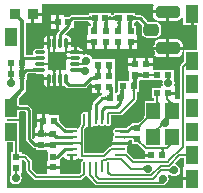
<source format=gtl>
%FSTAX25Y25*%
%MOIN*%
%SFA1B1*%

%IPPOS*%
%AMD10*
4,1,8,0.029500,0.019700,-0.029500,0.019700,-0.039400,0.009800,-0.039400,-0.009800,-0.029500,-0.019700,0.029500,-0.019700,0.039400,-0.009800,0.039400,0.009800,0.029500,0.019700,0.0*
1,1,0.019680,0.029500,0.009800*
1,1,0.019680,-0.029500,0.009800*
1,1,0.019680,-0.029500,-0.009800*
1,1,0.019680,0.029500,-0.009800*
%
%AMD11*
4,1,8,0.025600,-0.009800,0.025600,0.009800,0.015700,0.019700,-0.015700,0.019700,-0.025600,0.009800,-0.025600,-0.009800,-0.015700,-0.019700,0.015700,-0.019700,0.025600,-0.009800,0.0*
1,1,0.019680,0.015700,-0.009800*
1,1,0.019680,0.015700,0.009800*
1,1,0.019680,-0.015700,0.009800*
1,1,0.019680,-0.015700,-0.009800*
%
G04~CAMADD=10~8~0.0~0.0~787.4~393.7~98.4~0.0~15~0.0~0.0~0.0~0.0~0~0.0~0.0~0.0~0.0~0~0.0~0.0~0.0~0.0~787.4~393.7*
%ADD10D10*%
G04~CAMADD=11~8~0.0~0.0~393.7~511.8~98.4~0.0~15~0.0~0.0~0.0~0.0~0~0.0~0.0~0.0~0.0~0~0.0~0.0~0.0~270.0~512.0~394.0*
%ADD11D11*%
%ADD12R,0.024410X0.023620*%
%ADD13R,0.023620X0.024410*%
%ADD14R,0.024410X0.024410*%
%ADD15R,0.045280X0.055120*%
%ADD16R,0.022840X0.024410*%
%ADD17O,0.035430X0.009840*%
%ADD18O,0.009840X0.035430*%
%ADD19R,0.024410X0.024410*%
%ADD20R,0.024410X0.022840*%
%ADD21R,0.064960X0.064960*%
%ADD22O,0.033470X0.011810*%
%ADD23O,0.011810X0.033470*%
%ADD24R,0.037400X0.037400*%
%ADD25C,0.006000*%
%ADD26C,0.010000*%
%ADD27C,0.007000*%
%ADD28C,0.014000*%
%ADD29R,0.039370X0.059060*%
%ADD30C,0.027560*%
%LNnrf24_pa_lna_rfm69hw-1*%
%LPD*%
G36*
X0133614Y0130166D02*
X0133526Y0130076D01*
X0133392Y0129915*
X0133345Y0129846*
X0133311Y0129783*
X0133291Y0129728*
X0133283Y0129679*
X013329Y0129637*
X0133309Y0129602*
X0133342Y0129574*
X0132687Y012998*
X0132635Y0129975*
X0132604Y0129987*
X0132595Y0130015*
X0132606Y0130059*
X0132639Y0130119*
X0132693Y0130195*
X0132768Y0130288*
X0132981Y013052*
X0133119Y0130661*
X0133614Y0130166*
G37*
G36*
X0146648Y012826D02*
X01466Y0128293D01*
X0146545Y0128309*
X014648*
X0146408Y0128292*
X0146327Y0128258*
X0146238Y0128207*
X0146141Y0128139*
X0146035Y0128055*
X0145799Y0127836*
X0145355Y012824*
X0145475Y0128364*
X0145663Y0128586*
X0145731Y0128684*
X0145782Y0128773*
X0145816Y0128854*
X0145833Y0128926*
X0145832Y0128989*
X0145815Y0129043*
X014578Y0129089*
X0146648Y012826*
G37*
G36*
X0153523Y0128591D02*
X0153447Y0128505D01*
X0153383Y012841*
X015333Y0128306*
X0153313Y012826*
X0153616*
X0153532Y0128256*
X0153447Y0128243*
X0153362Y0128222*
X0153289Y0128197*
X0153288Y0128194*
X0153258Y0128072*
X0153239Y0127941*
X0153231Y0127801*
X0153235Y0127653*
X015325Y0127495*
X0153276Y0127328*
X0152552Y0127836*
X0151919*
X0151997Y0127916*
X0152112Y0128052*
X0152149Y0128107*
X0152153Y0128116*
X0151696Y0128436*
X0151887Y012847*
X0152382Y0128595*
X0152521Y0128643*
X0152647Y0128695*
X015276Y0128751*
X015286Y012881*
X0152948Y0128872*
X0153022Y0128938*
X0153523Y0128591*
G37*
G36*
X0149712Y0134232D02*
X0149721Y0134127D01*
X0149736Y0134036*
X0149757Y0133956*
X0149784Y0133889*
X0149817Y0133834*
X0149856Y0133791*
X0149901Y013376*
X0149952Y0133742*
X0150009Y0133736*
X0148809*
X0148866Y0133742*
X0148917Y013376*
X0148962Y0133791*
X0149001Y0133834*
X0149034Y0133889*
X0149061Y0133956*
X0149082Y0134036*
X0149097Y0134127*
X0149106Y0134232*
X0149109Y0134348*
X0149709*
X0149712Y0134232*
G37*
G36*
X0099859Y0132629D02*
X0099849Y0132595D01*
X009984Y0132549*
X0099832Y0132491*
X0099821Y0132338*
X0099811Y013189*
X0098811*
X009881Y013202*
X0098773Y0132595*
X0098762Y0132629*
X0098751Y0132651*
X0099871*
X0099859Y0132629*
G37*
G36*
X0102742Y0132795D02*
X0102772Y013271D01*
X0102823Y0132635*
X0102894Y013257*
X0102985Y0132515*
X0103096Y013247*
X0103228Y0132435*
X010338Y013241*
X0103552Y0132395*
X0103744Y013239*
Y013139*
X0103552Y0131385*
X010338Y013137*
X0103228Y0131345*
X0103096Y013131*
X0102985Y0131265*
X0102894Y013121*
X0102823Y0131145*
X0102772Y013107*
X0102742Y0130985*
X0102732Y013089*
Y013289*
X0102742Y0132795*
G37*
G36*
X0107853Y0143437D02*
X0108491Y014343D01*
X0108751Y0143417*
X0108768Y0143415*
X0108787Y0143412*
X0108849Y0143425*
X0108928Y0143392*
X0108969Y0143409*
X0109154Y0143373*
X0111188*
X0111478Y0143124*
X0111608Y014292*
X0111567Y0142717*
Y0142134*
X0113189*
Y0141634*
X0113689*
Y0139029*
X011381Y0139053*
X0114173Y0139296*
X0114537Y0139053*
X0114657Y0139029*
Y0141634*
X0115657*
Y0139029*
X0115778Y0139053*
X0116142Y0139296*
X0116505Y0139053*
X0116626Y0139029*
Y0141634*
X0117626*
Y0139029*
X0117747Y0139053*
X0118049Y0139255*
X0118273Y0139404*
X0118737Y01392*
X0118999Y0138923*
X011907Y0138892*
X0119089Y0138872*
X0119453Y0138629*
X0119882Y0138544*
X0125098*
X0125528Y0138629*
X0125891Y0138872*
X012714Y0140121*
X0127602Y013993*
Y0139516*
X0129823*
Y0139016*
X0130323*
Y0136795*
X0131133*
X0131142Y0136299*
X0130713Y0136213*
X0130349Y013597*
X0128144Y0133765*
X0127901Y0133402*
X0127815Y0132972*
Y0131312*
X0127469Y0131081*
Y0128248*
Y0125547*
X0127551Y0125563*
X0128044Y0125893*
X0128458Y0125975*
X0128511Y012594*
X0128937Y0125855*
X0129363Y012594*
X0129581Y0126085*
X0129921Y0126146*
X0130262Y0126085*
X0130479Y012594*
X0130905Y0125855*
X0131332Y012594*
X0131549Y0126085*
X013189Y0126146*
X013223Y0126085*
X0132448Y012594*
X0132874Y0125855*
X01333Y012594*
X0133661Y0126181*
X0133903Y0126542*
X0133987Y0126969*
Y0129445*
X0137106*
X0137477Y0129518*
X0137791Y0129728*
X014226Y0134197*
X014247Y0134511*
X0142543Y0134882*
Y013712*
X0142574Y0137189*
X0142577Y0137294*
X0143356*
Y0140184*
X0143388Y0140241*
X0143376Y0140285*
X0143393Y0140327*
X0143356Y0140416*
Y0140935*
X0143651Y0141132*
X0143849*
X014749*
X0147687Y0141093*
X0147974*
X0150843*
X0151231Y0140618*
X015114Y0140164*
X0151247Y013963*
X0150914Y013913*
X0150732*
Y013873*
X0147589*
Y0135089*
X014846*
Y0135084*
X0148492Y0135013*
Y0134436*
X014846Y0134365*
Y013436*
X0145168*
Y012923*
X0145136Y0129176*
X014515Y0129124*
X014513Y0129074*
X0145162Y0129003*
X0145148Y0128982*
X0144993Y01288*
X0144888Y0128691*
X0144885Y0128682*
X0144875Y0128678*
X0144851Y0128609*
X0143573Y0127332*
X0143503Y0127305*
X0143287Y0127104*
X0143216Y0127048*
X0143173Y0127017*
X0143109*
X0143035Y012704*
X0142993Y0127017*
X0142975*
X0142937Y0127023*
X0142929Y0127017*
X0140995*
Y0126454*
X0140907Y012644*
X0140782Y0126429*
X0140613Y0126425*
X0140487Y0126369*
X0140201Y0126312*
X0139837Y0126069*
X0139004Y0125236*
X0137008*
X0136968Y0125228*
X0135728*
X0135302Y0125143*
X0134941Y0124901*
X0134699Y012454*
X0134615Y0124114*
X0134699Y0123688*
X0134845Y012347*
X0134906Y012313*
X0134845Y012279*
X0134699Y0122572*
X0134615Y0122146*
X0134699Y012172*
X0134735Y0121667*
X0134652Y0121253*
X0134323Y0120759*
X0134306Y0120677*
X0137008*
X0139709*
X0139699Y0120728*
X01397Y0120835*
X013991Y0121228*
X0140919*
X014099Y0121196*
X0140995*
Y0119833*
X014281*
X0142812Y0119832*
X0142822Y0119829*
X0142836Y0119821*
X0142855Y0119819*
X0142865Y0119814*
X01429Y0119795*
X0142944Y0119765*
X0143098Y0119637*
X0143187Y0119552*
X0143195Y0119549*
X0143199Y0119541*
X0143268Y0119516*
X0144875Y0117909*
X0145173Y011771*
X014522Y01177*
Y0116642*
X0146223*
X0146238Y0116685*
X0146245Y0116742*
Y0116642*
X0147441*
Y0115642*
X0146245*
Y0115542*
X0146238Y0115599*
X0146223Y0115642*
X014522*
Y0114874*
X0145071Y0114844*
X0145027Y0114814*
X0141601*
X0139527Y0116889*
X0139353Y0117006*
X0139222Y0117201*
X0139197Y0117604*
X0139316Y0117782*
X0139401Y0118209*
X0139316Y0118635*
X0139281Y0118688*
X0139363Y0119101*
X0139693Y0119595*
X0139709Y0119677*
X0137008*
X0134306*
X0134317Y0119626*
X0134315Y0119519*
X0134106Y0119126*
X0134031*
X013368Y0119056*
X0133382Y0118858*
X0131289Y0116764*
X012513*
Y0120021*
X0125149Y012005*
X012513Y0120147*
Y0120208*
X0125149Y0120305*
X012513Y0120333*
Y0124915*
X0125649Y0125434*
X0125848Y0125732*
X012632Y0125607*
X0126386Y0125563*
X0126469Y0125547*
Y0128248*
Y0130949*
X0126386Y0130933*
X0125893Y0130603*
X0125479Y0130521*
X0125426Y0130556*
X0125Y0130641*
X0124574Y0130556*
X0124213Y0130315*
X0123971Y0129954*
X0123886Y0129527*
Y0126969*
X0123971Y0126542*
X0124021Y0126469*
Y0126437*
X0123686Y0126066*
X0123564Y0125944*
X0123365Y0125646*
X0123295Y0125295*
Y0125215*
X0123244Y0125171*
X0122795Y0124994*
X0122572Y0125143*
X0122146Y0125228*
X0120907*
X0120866Y0125236*
X0119047*
X0117375Y0126908*
X0117352Y012697*
X0117004Y0127344*
X0116892Y0127485*
X0116807Y0127606*
X0116781Y012765*
Y0127909*
X0116806Y0127978*
X0116782Y0128026*
X0116792Y0128078*
X0116781Y0128094*
Y0129478*
X011348*
Y0129878*
X0111839*
Y0127657*
X0111339*
Y0127157*
X0109197*
Y0125437*
X0108733Y012535*
X0108606*
Y012363*
X0110827*
Y012263*
X0108606*
Y0121881*
X0108144Y012169*
X0107815Y012202*
Y0131102*
X0107729Y0131532*
X0107486Y0131895*
X0106699Y0132683*
X0106335Y0132926*
X0105906Y0133011*
X0105905*
X0103823*
X0103761Y0133039*
X0103588Y0133043*
X0103461Y0133054*
X0103364Y013307*
X0103356Y0133073*
Y0134708*
X0103391Y0134777*
X0103382Y0134805*
X0103393Y0134833*
X0103356Y0134922*
Y0135201*
X0103518Y013537*
X010354Y0135425*
X0105268Y0137153*
X0105555Y0137583*
X0105656Y0138091*
Y0140435*
X010568Y0140489*
X0105685Y0140741*
X0105698Y0140946*
X0105718Y0141114*
X0105744Y0141243*
X0105757Y014129*
X0106151*
Y0141811*
X0106189Y0141902*
X010617Y0141947*
X0106182Y0141995*
X0106151Y0142047*
Y0143345*
X0106272Y0143465*
X0107788*
X0107853Y0143437*
G37*
G36*
X0151669Y0125722D02*
X0151503Y0125748D01*
X0151345Y0125763*
X0151196Y0125766*
X0151056Y0125758*
X0150925Y0125739*
X0150804Y0125709*
X0150691Y0125667*
X0150587Y0125614*
X0150492Y012555*
X0150422Y0125488*
X0150412Y0125478*
X0150385Y0125443*
X0150361Y0125406*
X0150341Y0125366*
X0150323Y0125325*
X0150309Y0125281*
X0150298Y0125236*
X015029Y0125188*
X0150285Y0125138*
X0150283Y0125086*
X0148746Y0125074*
X0148829Y0125079*
X0148913Y0125093*
X0148997Y0125115*
X0149081Y0125146*
X0149166Y0125185*
X0149251Y0125233*
X0149336Y012529*
X0149422Y0125355*
X0149508Y0125428*
X0149594Y0125511*
X0150382*
X0150059Y0125975*
X0150125Y012605*
X0150188Y0126137*
X0150247Y0126237*
X0150302Y012635*
X0150354Y0126477*
X0150403Y0126616*
X0150489Y0126932*
X0150527Y012711*
X0150561Y0127301*
X0151669Y0125722*
G37*
G36*
X0111732Y012645D02*
X0111647Y0126419D01*
X0111572Y0126368*
X0111507Y0126297*
X0111452Y0126206*
X0111407Y0126095*
X0111372Y0125963*
X0111347Y0125812*
X0111332Y0125641*
X0111327Y0125449*
X0110327*
X0110326Y0125639*
X0110284Y0126289*
X0110269Y0126359*
X0110251Y0126409*
X0110231Y0126439*
X0110209Y0126449*
X0111827Y0126461*
X0111732Y012645*
G37*
G36*
X0111332Y0125146D02*
X0111347Y0124974D01*
X0111372Y0124822*
X0111407Y0124691*
X0111452Y0124579*
X0111507Y0124488*
X0111572Y0124417*
X0111647Y0124367*
X0111732Y0124337*
X0111827Y0124326*
X0109827*
X0109922Y0124337*
X0110007Y0124367*
X0110082Y0124417*
X0110147Y0124488*
X0110202Y0124579*
X0110247Y0124691*
X0110282Y0124822*
X0110307Y0124974*
X0110322Y0125146*
X0110327Y0125338*
X0111327*
X0111332Y0125146*
G37*
G36*
X0144448Y0126484D02*
X0144324Y0126356D01*
X0144131Y012613*
X014406Y0126031*
X0144008Y0125941*
X0143973Y0125861*
X0143956Y012579*
X0143957Y0125729*
X0143975Y0125678*
X0144011Y0125636*
X0143799Y0125812*
X0143315Y0125275*
X0142815Y0125776*
X0142836Y0125783*
X014287Y0125804*
X0142917Y0125839*
X0143047Y0125951*
X0143316Y0126211*
X0143096Y0126393*
X0143145Y0126364*
X0143202Y0126351*
X0143267Y0126354*
X014334Y0126374*
X0143421Y0126409*
X014351Y0126461*
X0143607Y0126529*
X0143711Y0126613*
X0143945Y012683*
X0144448Y0126484*
G37*
G36*
X012537Y0126698D02*
X0125355Y0126679D01*
X0125342Y0126648*
X0125331Y0126605*
X0125321Y0126549*
X0125314Y012648*
X0125303Y0126306*
X01253Y0126083*
X01247*
X0124699Y0126201*
X0124669Y0126605*
X0124658Y0126648*
X0124645Y0126679*
X012463Y0126698*
X0124614Y0126704*
X0125386*
X012537Y0126698*
G37*
G36*
X0116105Y0127862D02*
X0116081Y0127768D01*
X0116084Y0127661*
X0116115Y012754*
X0116173Y0127405*
X0116259Y0127257*
X0116372Y0127095*
X0116512Y0126919*
X0116876Y0126528*
X0116248Y0125742*
X0116038Y0125945*
X0115664Y0126263*
X01155Y0126378*
X0115351Y0126465*
X0115217Y0126522*
X0115099Y012655*
X0114995*
X0114907Y012652*
X0114834Y0126461*
X0116157Y0127942*
X0116105Y0127862*
G37*
G36*
X0142736Y0141746D02*
X0142651Y0141716D01*
X0142576Y0141665*
X0142511Y0141594*
X0142456Y0141503*
X0142411Y0141392*
X0142376Y014126*
X0142351Y0141109*
X0142345Y0141038*
X0142368Y0140813*
X0142397Y0140683*
X0142434Y0140573*
X014248Y0140483*
X0142533Y0140413*
X0142595Y0140363*
X0142666Y0140333*
X0142744Y0140323*
X0140831Y0140311*
X0140926Y0140321*
X0141011Y0140352*
X0141086Y0140403*
X0141151Y0140474*
X0141206Y0140565*
X0141251Y0140676*
X0141286Y0140808*
X0141311Y0140959*
X0141317Y0141034*
X0141311Y0141109*
X0141286Y014126*
X0141251Y0141392*
X0141206Y0141503*
X0141151Y0141594*
X0141086Y0141665*
X0141011Y0141716*
X0140926Y0141746*
X0140831Y0141756*
X0142831*
X0142736Y0141746*
G37*
G36*
X0119665Y0140702D02*
X0119671Y0140672D01*
X0119692Y0140631*
X0119727Y0140577*
X0119776Y0140513*
X0119917Y014035*
X0120235Y0140019*
X0119471Y0139369*
X0118869Y0140006*
X0119672Y0140721*
X0119665Y0140702*
G37*
G36*
X0142208Y0137911D02*
X0142149Y0137889D01*
X0142096Y0137854*
X0142051Y0137804*
X0142012Y013774*
X0141981Y0137661*
X0141956Y0137569*
X0141939Y0137462*
X0141928Y0137341*
X0141925Y0137206*
X0141225*
X0141221Y0137341*
X0141211Y0137462*
X0141193Y0137569*
X0141169Y0137661*
X0141137Y013774*
X0141099Y0137804*
X0141053Y0137854*
X0141001Y0137889*
X0140941Y0137911*
X0140875Y0137918*
X0142275*
X0142208Y0137911*
G37*
G36*
X0101094Y0142221D02*
X0101114Y014211D01*
X0101147Y0141997*
X0101186Y0141902*
X0101387*
X010133Y0141896*
X0101279Y0141878*
X0101234Y0141848*
X0101219Y0141832*
X0101253Y0141764*
X0101327Y0141644*
X0101413Y0141522*
X0101513Y0141398*
X0101626Y0141271*
X0101752Y0141142*
X0099823*
X0099949Y0141271*
X0100162Y0141522*
X0100248Y0141644*
X0100321Y0141764*
X0100356Y0141832*
X010034Y0141848*
X0100295Y0141878*
X0100244Y0141896*
X0100187Y0141902*
X0100389*
X0100428Y0141997*
X0100461Y014211*
X0100481Y0142221*
X0100487Y0142329*
X0101087*
X0101094Y0142221*
G37*
G36*
X0153464Y0142228D02*
X0153484Y0142117D01*
X0153517Y0142004*
X0153563Y0141889*
X0153623Y0141771*
X0153656Y0141717*
X0153757*
X01537Y0141711*
X0153667Y0141699*
X0153696Y0141651*
X0153783Y0141529*
X0153882Y0141404*
X0153995Y0141278*
X0154122Y0141148*
X0153458*
X0153457Y0141105*
X0152857*
X0152856Y0141148*
X0152192*
X0152319Y0141278*
X0152531Y0141529*
X0152618Y0141651*
X0152647Y0141699*
X0152614Y0141711*
X0152557Y0141717*
X0152658*
X0152691Y0141771*
X0152751Y0141889*
X0152797Y0142004*
X0152831Y0142117*
X015285Y0142228*
X0152857Y0142336*
X0153457*
X0153464Y0142228*
G37*
G36*
X0105443Y0141888D02*
X0105356Y0141846D01*
X010528Y0141776*
X0105214Y0141678*
X0105158Y0141552*
X0105112Y0141398*
X0105077Y0141216*
X0105051Y0141006*
X0105036Y0140768*
X0105031Y0140502*
X0103631*
X0103626Y0140768*
X0103585Y0141216*
X0103549Y0141398*
X0103504Y0141552*
X0103448Y0141678*
X0103382Y0141776*
X0103305Y0141846*
X0103219Y0141888*
X0103122Y0141902*
X0105539*
X0105443Y0141888*
G37*
G36*
X0138543Y0137907D02*
X0138458Y0137876D01*
X0138383Y0137825*
X0138318Y0137754*
X0138263Y0137663*
X0138218Y0137552*
X0138183Y013742*
X0138158Y0137269*
X0138145Y0137123*
X0138182Y0136636*
X0138202Y0136546*
X0138225Y0136476*
X0138251Y0136426*
X0138281Y0136396*
X0138315Y0136386*
X0136638Y0136374*
X0136733Y0136384*
X0136818Y0136415*
X0136893Y0136466*
X0136958Y0136537*
X0137013Y0136628*
X0137058Y013674*
X0137093Y0136871*
X0137118Y0137022*
X0137129Y0137153*
X0137106Y0137416*
X0137081Y0137546*
X0137049Y0137656*
X013701Y0137746*
X0136964Y0137816*
X0136911Y0137866*
X0136851Y0137896*
X0136784Y0137906*
X0138638Y0137918*
X0138543Y0137907*
G37*
G36*
X0102869Y0135632D02*
X0102607Y0135316D01*
X0102526Y0135187*
X0102479Y0135078*
X0102465Y0134989*
X0102485Y013492*
X0102538Y013487*
X0102624Y013484*
X0102744Y013483*
X0099091Y0134818*
X0099287Y0134829*
X0099484Y013486*
X0099681Y013491*
X0099878Y013498*
X0100076Y0135071*
X0100274Y0135181*
X0100473Y0135311*
X0100672Y0135461*
X0100871Y0135631*
X0101071Y013582*
X010305*
X0102869Y0135632*
G37*
G36*
X0132355Y0134177D02*
X0132345Y0134272D01*
X0132315Y0134357*
X0132265Y0134432*
X0132195Y0134497*
X0132105Y0134552*
X0131995Y0134597*
X0131865Y0134632*
X0131715Y0134657*
X0131545Y0134672*
X0131355Y0134677*
Y0135677*
X0131545Y0135682*
X0131715Y0135697*
X0131865Y0135722*
X0131995Y0135757*
X0132105Y0135802*
X0132195Y0135857*
X0132265Y0135922*
X0132315Y0135997*
X0132345Y0136082*
X0132355Y0136177*
Y0134177*
G37*
G36*
X0153938Y0134089D02*
X0154024Y0134015D01*
X015411Y013395*
X0154196Y0133893*
X0154281Y0133845*
X0154366Y0133806*
X015445Y0133775*
X0154533Y0133753*
X0154616Y013374*
X0154699Y0133736*
X0153002*
X0153081Y013374*
X0153142Y0133753*
X0153185Y0133775*
X0153211Y0133806*
X015322Y0133845*
X0153211Y0133893*
X0153185Y013395*
X0153142Y0134015*
X0153081Y0134089*
X0153002Y0134172*
X0153851*
X0153938Y0134089*
G37*
G36*
X0134673Y0137807D02*
X0134643Y0137797D01*
X0134616Y0137767*
X0134593Y0137717*
X0134572Y0137647*
X0134555Y0137557*
X0134541Y0137447*
X0134522Y0137167*
Y0137142*
X013456Y0136636*
X013458Y0136546*
X0134602Y0136476*
X0134629Y0136426*
X0134659Y0136396*
X0134693Y0136386*
X0133016Y0136374*
X0133111Y0136384*
X0133196Y0136415*
X0133271Y0136466*
X0133336Y0136537*
X0133391Y0136628*
X0133436Y013674*
X0133471Y0136871*
X0133496Y0137022*
X0133502Y0137097*
X0133496Y0137171*
X0133471Y0137322*
X0133436Y0137453*
X0133391Y0137565*
X0133336Y0137656*
X0133271Y0137727*
X0133196Y0137778*
X0133111Y0137809*
X0133016Y0137819*
X0134673Y0137807*
G37*
G36*
X0153299Y0135707D02*
X0153248Y0135688D01*
X0153203Y0135658*
X0153164Y0135615*
X0153131Y013556*
X0153104Y0135493*
X0153083Y0135413*
X0153068Y0135321*
X0153059Y0135217*
X0153056Y0135101*
X0152456*
X0152453Y0135217*
X0152444Y0135321*
X0152429Y0135413*
X0152408Y0135493*
X0152381Y013556*
X0152348Y0135615*
X0152309Y0135658*
X0152264Y0135688*
X0152213Y0135707*
X0152156Y0135713*
X0153356*
X0153299Y0135707*
G37*
G36*
X0149952D02*
X0149901Y0135688D01*
X0149856Y0135658*
X0149817Y0135615*
X0149784Y013556*
X0149757Y0135493*
X0149736Y0135413*
X0149721Y0135321*
X0149712Y0135217*
X0149709Y0135101*
X0149109*
X0149106Y0135217*
X0149097Y0135321*
X0149082Y0135413*
X0149061Y0135493*
X0149034Y013556*
X0149001Y0135615*
X0148962Y0135658*
X0148917Y0135688*
X0148866Y0135707*
X0148809Y0135713*
X0150009*
X0149952Y0135707*
G37*
G36*
X0141619Y0124299D02*
X0141609Y012439D01*
X0141579Y0124471*
X014153Y0124542*
X014146Y0124604*
X0141371Y0124656*
X0141263Y0124699*
X0141134Y0124733*
X0140986Y0124757*
X0140818Y0124771*
X014063Y0124776*
Y0125776*
X0140818Y012578*
X0140986Y0125795*
X0141134Y0125819*
X0141263Y0125852*
X0141371Y0125895*
X014146Y0125947*
X014153Y0126009*
X0141579Y0126081*
X0141609Y0126162*
X0141619Y0126252*
Y0124299*
G37*
G36*
X0131207Y0114254D02*
X013123Y0113967D01*
X0131244Y0113884*
X013126Y0113809*
X013128Y011374*
X0131303Y0113678*
X0131329Y0113622*
X0131358Y0113573*
X0130453*
X0130482Y0113622*
X0130508Y0113678*
X0130531Y011374*
X0130551Y0113809*
X0130567Y0113884*
X0130581Y0113967*
X0130599Y0114151*
X0130604Y0114254*
X0130605Y0114363*
X0131205*
X0131207Y0114254*
G37*
G36*
X0145381Y0110754D02*
X0145252Y011088D01*
X0145001Y0111092*
X0144879Y0111179*
X0144759Y0111252*
X0144641Y0111312*
X0144526Y0111358*
X0144413Y0111391*
X0144302Y0111411*
X0144194Y0111418*
Y0112018*
X0144302Y0112025*
X0144413Y0112045*
X0144526Y0112078*
X0144641Y0112124*
X0144759Y0112184*
X0144879Y0112257*
X0145001Y0112344*
X0145125Y0112443*
X0145252Y0112556*
X0145381Y0112683*
Y0110754*
G37*
G36*
X0133304Y0110764D02*
X0133278Y0110719D01*
X0133268Y0110667*
X0133275Y0110606*
X0133298Y0110538*
X0133337Y0110461*
X0133392Y0110376*
X0133464Y0110284*
X0133552Y0110183*
X0133657Y0110075*
X0133166Y0109717*
X0133035Y010985*
X0132695Y0110232*
X0132657Y0110291*
X0132636Y0110334*
X0132635Y0110362*
X0132651Y0110376*
X0132687Y0110374*
X0133346Y01108*
X0133304Y0110764*
G37*
G36*
X0152081Y0118257D02*
X0151967Y0118252D01*
X0151865Y0118234*
X0151775Y0118203*
X0151697Y0118161*
X0151631Y0118107*
X0151577Y0118042*
X0151535Y0117964*
X0151505Y0117874*
X0151489Y0117781*
X0151493Y011773*
X0151508Y0117638*
X0151529Y0117559*
X0151556Y0117491*
X0151589Y0117436*
X0151628Y0117393*
X0151673Y0117363*
X0151724Y0117344*
X0151781Y0117338*
X0150581*
X0150638Y0117344*
X0150689Y0117363*
X0150734Y0117393*
X0150773Y0117436*
X0150806Y0117491*
X0150833Y0117559*
X0150854Y0117638*
X0150869Y011773*
X0150873Y0117781*
X0150857Y0117874*
X0150827Y0117964*
X0150785Y0118042*
X0150731Y0118107*
X0150665Y0118161*
X0150587Y0118203*
X0150497Y0118234*
X0150395Y0118252*
X0150281Y0118257*
X0151181Y0118858*
X0152081Y0118257*
G37*
G36*
X0102665Y0117145D02*
X0102674Y0117041D01*
X0102689Y0116949*
X010271Y0116869*
X0102737Y0116802*
X010277Y0116747*
X0102809Y0116704*
X0102854Y0116674*
X0102905Y0116655*
X0102962Y0116649*
X0101762*
X0101819Y0116655*
X010187Y0116674*
X0101915Y0116704*
X0101954Y0116747*
X0101987Y0116802*
X0102014Y0116869*
X0102035Y0116949*
X010205Y0117041*
X0102059Y0117145*
X0102062Y0117261*
X0102662*
X0102665Y0117145*
G37*
G36*
X0103565Y0116075D02*
X0103583Y0116024D01*
X0103614Y0115979*
X0103657Y0115939*
X0103712Y0115907*
X0103779Y0115879*
X0103859Y0115858*
X010395Y0115843*
X0104054Y0115834*
X0104171Y0115831*
Y0115232*
X0104054Y0115228*
X010395Y0115219*
X0103859Y0115205*
X0103779Y0115183*
X0103712Y0115156*
X0103657Y0115123*
X0103614Y0115085*
X0103583Y011504*
X0103565Y0114989*
X0103559Y0114931*
Y0116131*
X0103565Y0116075*
G37*
G36*
X0154036Y0110158D02*
X0153907Y0110284D01*
X0153655Y0110496*
X0153533Y0110583*
X0153413Y0110656*
X0153295Y0110716*
X015318Y0110762*
X0153067Y0110795*
X0152956Y0110815*
X0152848Y0110822*
Y0111422*
X0152956Y0111429*
X0153067Y0111449*
X015318Y0111482*
X0153295Y0111528*
X0153413Y0111588*
X0153533Y0111661*
X0153655Y0111748*
X015378Y0111847*
X0153907Y011196*
X0154036Y0112087*
Y0110158*
G37*
G36*
X0102807Y0110695D02*
X0102756Y0110677D01*
X0102711Y0110647*
X0102672Y0110605*
X0102639Y0110551*
X0102612Y0110485*
X0102592Y0110412*
X0102624Y0110304*
X010267Y0110189*
X010273Y0110071*
X0102803Y0109951*
X0102889Y0109829*
X0102989Y0109705*
X0103102Y0109578*
X0103228Y0109449*
X0101299*
X0101426Y0109578*
X0101638Y0109829*
X0101725Y0109951*
X0101798Y0110071*
X0101857Y0110189*
X0101904Y0110304*
X0101936Y0110412*
X0101916Y0110485*
X0101889Y0110551*
X0101856Y0110605*
X0101817Y0110647*
X0101772Y0110677*
X0101721Y0110695*
X0101664Y0110701*
X0102864*
X0102807Y0110695*
G37*
G36*
X0151529Y0107015D02*
X0150105Y010674D01*
X0149546Y010734*
X0150101Y0107669*
X0151529Y0107015*
G37*
G36*
X0101445Y0117349D02*
X0101413Y0117278D01*
Y0117273*
X0100542*
Y0114073*
Y011379*
Y011329*
Y0110089*
X0100636Y0109589*
X0100401Y0109236*
X0100247Y0108465*
X0100401Y0107693*
X0100838Y0107039*
X0101492Y0106601*
X0102264Y0106448*
X0103035Y0106601*
X010369Y0107039*
X0104127Y0107693*
X010428Y0108465*
X0104127Y0109236*
X0103891Y0109589*
X0104159Y0110089*
X0104183*
Y011329*
Y0113572*
Y0114073*
Y0114582*
X0104187*
X0104258Y0114614*
X0104856*
X0105775Y0113695*
Y0111221*
X0105845Y0110869*
X0106044Y0110572*
X0108406Y0108209*
X0108704Y010801*
X0109055Y0107941*
X0123819*
X012417Y010801*
X0124468Y0108209*
X0125569Y010931*
X0125899Y0109272*
X0126105Y0109174*
X0126121Y0109098*
X012632Y01088*
X0128728Y0106391*
X0129026Y0106192*
X0129377Y0106123*
X0150013*
X0150082Y0106091*
X0150153Y0106118*
X0150228Y0106102*
X0150332Y0106123*
X015124*
X0151591Y0106192*
X0151889Y0106391*
X0151953Y0106487*
X0152059Y0106508*
X0152713Y0106945*
X015315Y01076*
X0153304Y0108371*
X015315Y0109143*
X0153033Y0109318*
X0153032Y0109325*
X0153256Y0109884*
X015332Y0109901*
X0153482Y010979*
X0153582Y0109693*
X0153623Y0109677*
X0154248Y0109259*
X015502Y0109105*
X0155791Y0109259*
X0156446Y0109696*
X0156883Y011035*
X0157036Y0111122*
X0156883Y0111894*
X0156446Y0112548*
X0155791Y0112985*
X0155615Y011302*
X015547Y0113499*
X0157195Y0115224*
X0158455*
Y0112589*
X0158138Y011222*
X0158055*
Y0108768*
X0161024*
Y0107768*
X0158055*
Y0105118*
X0099213*
Y0120463*
X0101445*
Y0117349*
G37*
G36*
X012936Y0110591D02*
X0129334Y0110535D01*
X0129312Y0110473*
X0129292Y0110404*
X0129275Y0110328*
X0129261Y0110246*
X0129243Y0110061*
X0129238Y0109959*
X0129237Y010985*
X0128637*
X0128635Y0109959*
X0128613Y0110246*
X0128599Y0110328*
X0128582Y0110404*
X0128562Y0110473*
X012854Y0110535*
X0128514Y0110591*
X0128485Y0110639*
X0129389*
X012936Y0110591*
G37*
G36*
X0127392D02*
X0127366Y0110535D01*
X0127343Y0110473*
X0127323Y0110404*
X0127306Y0110328*
X0127293Y0110246*
X0127275Y0110061*
X012727Y0109959*
X0127269Y010985*
X0126669*
X0126667Y0109959*
X0126644Y0110246*
X012663Y0110328*
X0126614Y0110404*
X0126594Y0110473*
X0126571Y0110535*
X0126545Y0110591*
X0126516Y0110639*
X0127421*
X0127392Y0110591*
G37*
G36*
X0105571Y0130638D02*
Y0121555D01*
X0105657Y0121126*
X01059Y0120762*
X0107868Y0118794*
Y0118793*
X0108232Y011855*
X0108519Y0118493*
X0108645Y0118437*
X0108808Y0118433*
X0108928Y0118423*
X0109006Y0118411*
Y0117766*
X0112566*
X0112777Y01176*
X0112943Y0117389*
Y0114327*
X0112543*
Y0112606*
X0114764*
X0116984*
Y0114327*
X011689Y0114827*
X0116935Y0114857*
X0117714Y0115636*
X0118286Y0115501*
X0118511Y0115164*
X0119004Y0114835*
X0119587Y0114719*
X0120366*
Y011624*
X0121366*
Y0114719*
X0122146*
X0122728Y0114835*
X0123221Y0115164*
X0123758Y0115068*
X0123861Y0114999*
X0124213Y0114929*
X0124596*
X0124645Y0114429*
X0124574Y0114415*
X0124213Y0114173*
X0123971Y0113812*
X0123886Y0113386*
Y0110827*
X0123971Y0110401*
X0124008Y0110345*
X0123439Y0109776*
X0117439*
X0116984Y0109886*
Y0111606*
X0114764*
X0112543*
Y0109886*
X0112089Y0109776*
X0109435*
X010761Y0111601*
Y0114075*
X0107541Y0114426*
X0107342Y0114724*
X0105885Y011618*
X0105587Y0116379*
X0105236Y0116449*
X0104258*
X0104187Y0116481*
X0104183*
Y0117273*
X0103312*
X0103311Y0117278*
X010328Y0117349*
Y0120463*
X0103356*
Y0127568*
X0099213*
Y0128337*
X0103356*
Y0130707*
X0103364Y0130709*
X0103461Y0130725*
X0103588Y0130736*
X0103761Y013074*
X0103823Y0130768*
X0105441*
X0105571Y0130638*
G37*
G36*
X0141619Y0121546D02*
X0141612Y0121603D01*
X0141593Y0121654*
X0141562Y0121699*
X0141519Y0121738*
X0141464Y0121771*
X0141397Y0121798*
X0141317Y0121819*
X0141226Y0121834*
X0141122Y0121843*
X0141007Y0121846*
Y0122446*
X0141121Y0122448*
X0141223Y0122456*
X0141313Y0122469*
X0141391Y0122487*
X0141456Y012251*
X014151Y0122539*
X0141552Y0122573*
X0141583Y0122611*
X0141601Y0122655*
X0141606Y0122705*
X0141619Y0121546*
G37*
G36*
X0113555Y0118587D02*
X0113545Y0118682D01*
X0113515Y0118767*
X0113465Y0118842*
X0113395Y0118907*
X0113305Y0118962*
X0113195Y0119007*
X0113065Y0119042*
X0112915Y0119067*
X0112794Y0119077*
X0112671Y0119067*
X0112519Y0119042*
X0112388Y0119007*
X0112276Y0118962*
X0112185Y0118907*
X0112114Y0118842*
X0112064Y0118767*
X0112033Y0118682*
X0112023Y0118587*
Y0120587*
X0112033Y0120492*
X0112064Y0120407*
X0112114Y0120332*
X0112185Y0120267*
X0112276Y0120212*
X0112388Y0120167*
X0112519Y0120132*
X0112671Y0120107*
X0112794Y0120096*
X0112915Y0120107*
X0113065Y0120132*
X0113195Y0120167*
X0113305Y0120212*
X0113395Y0120267*
X0113465Y0120332*
X0113515Y0120407*
X0113545Y0120492*
X0113555Y0120587*
Y0118587*
G37*
G36*
X0143972Y0120877D02*
X0143942Y0120836D01*
X0143932Y0120782*
X0143943Y0120715*
X0143975Y0120637*
X0144028Y0120546*
X0144102Y0120442*
X0144196Y0120327*
X0144448Y0120058*
X0143636Y0120021*
X0143531Y0120122*
X0143333Y0120286*
X0143242Y0120348*
X0143155Y0120397*
X0143072Y0120433*
X0142994Y0120455*
X0142921Y0120465*
X0142852Y0120462*
X0142788Y0120445*
X0144024Y0120907*
X0143972Y0120877*
G37*
G36*
X0113555Y012213D02*
X0113545Y0122225D01*
X0113515Y012231*
X0113465Y0122385*
X0113395Y012245*
X0113305Y0122505*
X0113195Y012255*
X0113065Y0122585*
X0112915Y012261*
X0112794Y0122621*
X0112671Y012261*
X0112519Y0122585*
X0112388Y012255*
X0112276Y0122505*
X0112185Y012245*
X0112114Y0122385*
X0112064Y012231*
X0112033Y0122225*
X0112023Y012213*
Y012413*
X0112033Y0124035*
X0112064Y012395*
X0112114Y0123875*
X0112185Y012381*
X0112276Y0123755*
X0112388Y012371*
X0112519Y0123675*
X0112671Y012365*
X0112794Y0123639*
X0112915Y012365*
X0113065Y0123675*
X0113195Y012371*
X0113305Y0123755*
X0113395Y012381*
X0113465Y0123875*
X0113515Y012395*
X0113545Y0124035*
X0113555Y012413*
Y012213*
G37*
G36*
X0138524Y0122569D02*
X0138579Y0122543D01*
X0138642Y012252*
X013871Y0122501*
X0138786Y0122484*
X0138868Y012247*
X0139053Y0122452*
X0139155Y0122447*
X0139264Y0122446*
Y0121846*
X0139155Y0121844*
X0138868Y0121821*
X0138786Y0121808*
X013871Y0121791*
X0138642Y0121771*
X0138579Y0121748*
X0138524Y0121722*
X0138475Y0121693*
Y0122598*
X0138524Y0122569*
G37*
G36*
X0115971Y0123051D02*
X0116002Y0122966D01*
X0116053Y0122891*
X0116124Y0122826*
X0116216Y0122771*
X0116327Y0122726*
X0116458Y0122691*
X011661Y0122666*
X0116781Y0122651*
X0116972Y0122646*
Y0121646*
X0115972Y0121921*
X011596Y0123146*
X0115971Y0123051*
G37*
G36*
X012124Y0120521D02*
X0121279Y0120512D01*
X0121336Y0120503*
X0121508Y0120491*
X0122266Y0120477*
Y0119877*
X0121219Y0119823*
Y0120531*
X012124Y0120521*
G37*
G36*
X0154319Y0119594D02*
X0154234Y0119582D01*
X0154149Y011956*
X0154064Y0119531*
X015398Y0119493*
X0153895Y0119446*
X015381Y0119391*
X0153725Y0119327*
X015364Y0119255*
X0153555Y0119174*
X0152707*
X0152783Y0119255*
X0152842Y0119327*
X0152885Y0119391*
X015291Y0119446*
X0152919Y0119493*
X015291Y0119531*
X0152885Y011956*
X0152842Y0119582*
X0152783Y0119594*
X0152707Y0119599*
X0154404*
X0154319Y0119594*
G37*
G36*
X0109618Y011863D02*
X0109609Y0118717D01*
X010958Y0118794*
X0109532Y0118863*
X0109465Y0118922*
X0109379Y0118972*
X0109274Y0119014*
X0109149Y0119045*
X0109006Y0119068*
X0108843Y0119082*
X0108661Y0119087*
Y0120087*
X0108843Y0120091*
X0109006Y0120105*
X0109149Y0120128*
X0109274Y012016*
X0109379Y0120201*
X0109465Y0120251*
X0109532Y012031*
X010958Y0120379*
X0109609Y0120457*
X0109618Y0120544*
Y011863*
G37*
G36*
X0135541Y0117756D02*
X0135492Y0117785D01*
X0135436Y0117811*
X0135374Y0117834*
X0135305Y0117854*
X013523Y0117871*
X0135147Y0117884*
X0134963Y0117903*
X013486Y0117907*
X0134751Y0117909*
Y0118509*
X013486Y011851*
X0135147Y0118533*
X013523Y0118547*
X0135305Y0118563*
X0135374Y0118583*
X0135436Y0118606*
X0135492Y0118632*
X0135541Y0118661*
Y0117756*
G37*
G36*
X0122382Y01206D02*
X0122438Y0120575D01*
X01225Y0120552*
X0122569Y0120532*
X0122644Y0120515*
X0122727Y0120501*
X0122911Y0120483*
X0123014Y0120479*
X0123123Y0120477*
Y0119877*
X0123014Y0119876*
X0122727Y0119853*
X0122644Y0119839*
X0122569Y0119822*
X01225Y0119802*
X0122438Y011978*
X0122382Y0119754*
X0122333Y0119725*
Y0120629*
X0122382Y01206*
G37*
G36*
X0124513Y0120177D02*
X0123913Y0119277D01*
X0123907Y0119391*
X0123889Y0119493*
X0123859Y0119583*
X0123817Y0119661*
X0123763Y0119727*
X0123697Y0119781*
X0123619Y0119823*
X0123529Y0119853*
X0123427Y0119871*
X0123313Y0119877*
Y0120477*
X0123427Y0120483*
X0123529Y0120501*
X0123619Y0120531*
X0123697Y0120573*
X0123763Y0120627*
X0123817Y0120693*
X0123859Y0120771*
X0123889Y0120861*
X0123907Y0120963*
X0123913Y0121077*
X0124513Y0120177*
G37*
G36*
X0115982Y0120773D02*
X0116012Y0120753D01*
X0116062Y0120735*
X0116132Y012072*
X0116222Y0120707*
X0116462Y0120688*
X0116972Y0120677*
Y0119677*
X0116781Y0119672*
X0116609Y0119657*
X0116458Y0119632*
X0116326Y0119597*
X0116215Y0119552*
X0116124Y0119497*
X0116053Y0119432*
X0116002Y0119357*
X0115971Y0119272*
X011596Y0119177*
X0115972Y0120795*
X0115982Y0120773*
G37*
G36*
X0117671Y0154753D02*
X0116581D01*
X011659Y0154776*
X0116597Y0154818*
X0116604Y0154878*
X0116619Y015517*
X0116626Y0155821*
X0117626*
X0117671Y0154753*
G37*
G36*
X0119593Y0152062D02*
X0119551Y0151984D01*
X0119515Y0151904*
X0119483Y0151821*
X0119456Y0151736*
X0119434Y0151647*
X0119417Y0151556*
X0119404Y0151463*
X0119397Y0151366*
X0119395Y0151267*
X0119392*
X0119378Y0150775*
X0118495Y0150763*
X0118552Y015077*
X0118603Y0150789*
X0118648Y015082*
X0118687Y0150863*
X011872Y0150918*
X0118747Y0150986*
X0118768Y0151065*
X0118782Y0151156*
X0118792Y015126*
X0118793Y0151322*
X0118792Y0151366*
X0118772Y0151556*
X0118755Y0151647*
X0118733Y0151736*
X0118706Y0151821*
X0118675Y0151904*
X0118638Y0151984*
X0118596Y0152062*
X011855Y0152137*
X011964*
X0119593Y0152062*
G37*
G36*
X0148168Y0166035D02*
X0148033Y0165834D01*
X0147879Y0165059*
Y0164575*
X0152855*
Y0164075*
X0153355*
Y0161068*
X0155807*
X0156581Y0161222*
X0157238Y016166*
X0157555Y0162136*
X0158055Y0161984*
Y0159433*
X0160524*
Y0163386*
X0161524*
Y0159433*
X0162598*
Y015119*
X0158455*
Y0147797*
X0158431Y0147745*
X0158428Y0147696*
X0158425Y0147678*
X0158419Y0147655*
X0158409Y0147625*
X0158392Y014759*
X0158368Y0147547*
X0158336Y0147499*
X0158295Y0147444*
X0158244Y0147385*
X0158173Y014731*
X0158145Y0147238*
X0157225Y0146318*
X0157026Y014602*
X0156956Y0145669*
Y013476*
X0155173*
Y0136409*
X0152953*
Y0137409*
X0155173*
Y013913*
X0155068Y013963*
X0155174Y0140164*
X015502Y0140936*
X0154872Y0141158*
Y0144734*
X0151388*
X0151171*
X014789*
Y0145996*
X0145669*
Y0146496*
X0145169*
Y0148716*
X0142331*
Y0146496*
X0141831*
Y0145996*
X013961*
Y0144276*
X014001*
Y014132*
X0139807Y0141036*
X0139592Y0140935*
X0136172*
Y0138052*
X0136141Y0138001*
X0136154Y013795*
X0136134Y0137901*
X0136172Y0137813*
Y0137294*
X0135794Y0136998*
X0135703*
X0135335Y0137172*
X0135285Y0137465*
Y0137714*
X0135322Y0137803*
X0135285Y0137895*
Y0137958*
X0135289Y0138013*
X0135285Y0138018*
Y0140758*
Y0140817*
Y0144379*
X0135187Y0144577*
Y0148218*
X0128002*
X0127637Y0148544*
X012722Y014917*
X0126565Y0149607*
X0125794Y014976*
X0125048Y0149612*
X0124865Y0149725*
X0124645Y0149956*
X0124652Y0149992*
X0122047*
Y0150492*
X0121547*
Y0152114*
X0121177*
X0120878Y0152275*
X0120716Y0152574*
Y0152945*
X0119095*
Y0153945*
X0120716*
Y0154528*
X0120593Y0155148*
X0120241Y0155674*
X0119715Y0156026*
X0119095Y0156149*
X0119067Y0156144*
X0118821Y0156605*
X0120577Y0158361*
X0120811Y0158711*
X0121604*
Y0160766*
X0121626Y0160788*
X0126256*
X0126318Y016076*
X0126488Y0160756*
X0126613Y0160745*
X0126707Y0160729*
X0126723Y0160725*
Y0160089*
X0127029*
X0127255Y0159694*
X012703Y0159301*
X0126427*
Y0156157*
X0126028*
Y0154437*
X0128248*
Y0153937*
X0128748*
Y0151716*
X0130468*
X0131783*
Y0153937*
X0132783*
Y0151716*
X0134197*
X0135917*
Y0153937*
X0136917*
Y0151716*
X0140051*
Y0153937*
X0140551*
Y0154437*
X0142772*
Y0156157*
X0142372*
Y0159301*
X0141769*
X0141544Y0159694*
X014177Y0160089*
X0142076*
Y0160726*
X0142085Y0160729*
X0142181Y0160745*
X0142309Y0160756*
X0142481Y016076*
X0142543Y0160788*
X014304*
X0143919Y0159909*
X0143944Y0159844*
X0144117Y0159664*
X0144249Y0159515*
X0144339Y0159399*
X014433Y0159354*
X0144312Y0159335*
Y0159289*
X0144285Y0159252*
X0144296Y0159179*
X0144251Y0158957*
Y0156988*
X0144374Y015637*
X0144724Y0155846*
X0145248Y0155496*
X0145867Y0155373*
X0149016*
X0149634Y0155496*
X0150158Y0155846*
X0150508Y015637*
X0150631Y0156988*
Y0158957*
X0150508Y0159575*
X0150158Y0160099*
X0149634Y0160449*
X0149016Y0160572*
X0146622*
X0146576Y0160592*
X0146483Y0160645*
X0146375Y0160719*
X0146081Y0160965*
X0145916Y0161123*
X0145851Y0161148*
X0144297Y0162703*
X0143933Y0162946*
X0143504Y0163031*
X0142543*
X0142481Y0163059*
X0142309Y0163063*
X0142181Y0163074*
X0142085Y016309*
X0142076Y0163092*
Y016373*
X0138514*
X0138454*
X0134892*
Y0163094*
X0134876Y016309*
X0134782Y0163074*
X0134657Y0163063*
X0134487Y0163059*
X0134425Y0163031*
X0134374*
X0134312Y0163059*
X013414Y0163063*
X0134012Y0163074*
X0133915Y016309*
X0133907Y0163092*
Y016373*
X0130345*
X0130285*
X0126723*
Y0163094*
X0126707Y016309*
X0126613Y0163074*
X0126488Y0163063*
X0126318Y0163059*
X0126256Y0163031*
X0121161*
X0120732Y0162946*
X0120368Y0162703*
X0120018Y0162352*
X0118461*
Y0162752*
X011674*
Y0160531*
Y0158218*
X0116893Y0157849*
X0116333Y0157289*
X011609Y0156925*
X0116005Y0156496*
Y0156452*
X0115986Y0156417*
X0115657Y0156187*
Y0153445*
X0114657*
Y015605*
X0114537Y0156026*
X0114173Y0155783*
X011381Y0156026*
X0113689Y015605*
Y0153445*
X0113189*
Y0152945*
X0111567*
Y0152362*
X0111608Y0152158*
X0111478Y0151955*
X0111188Y0151706*
X0109154*
X0108689Y0151614*
X0108295Y015135*
X0108032Y0150957*
X010794Y0150492*
X0108002Y015018*
X0107904Y0149886*
X0107686Y0149645*
X0105656*
Y0160342*
X0107488*
Y0163212*
X0107988*
Y0163712*
X0110858*
Y0166082*
X0110971Y0166535*
X01479*
X0148168Y0166035*
G37*
G36*
X0137178Y0159499D02*
X0137191Y0159329D01*
X0137214Y0159179*
X0137246Y0159049*
X0137286Y0158939*
X0137336Y0158849*
X0137395Y0158779*
X0137463Y0158729*
X013754Y0158699*
X0137626Y0158689*
X0135673Y0158677*
X0135768Y0158687*
X0135853Y0158718*
X0135928Y0158769*
X0135993Y015884*
X0136048Y0158931*
X0136093Y0159043*
X0136128Y0159174*
X0136153Y0159325*
X0136168Y0159497*
X0136173Y0159689*
X0137173*
X0137178Y0159499*
G37*
G36*
X0129008D02*
X0129022Y0159329D01*
X0129045Y0159179*
X0129076Y0159049*
X0129117Y0158939*
X0129167Y0158849*
X0129226Y0158779*
X0129294Y0158729*
X012937Y0158699*
X0129456Y0158689*
X0127504Y0158677*
X0127599Y0158687*
X0127684Y0158718*
X0127759Y0158769*
X0127824Y015884*
X0127879Y0158931*
X0127924Y0159043*
X0127959Y0159174*
X0127984Y0159325*
X0127999Y0159497*
X0128004Y0159689*
X0129004*
X0129008Y0159499*
G37*
G36*
X0113688Y0152062D02*
X0113646Y0151984D01*
X0113609Y0151904*
X0113577Y0151821*
X011355Y0151736*
X0113528Y0151647*
X0113511Y0151556*
X0113499Y0151463*
X0113491Y0151366*
X011349Y0151322*
X0113492Y015126*
X0113501Y0151156*
X0113516Y0151065*
X0113537Y0150986*
X0113564Y0150918*
X0113597Y0150863*
X0113636Y015082*
X0113681Y0150789*
X0113732Y015077*
X0113789Y0150763*
X0112906Y0150775*
X0112903Y0150781*
X01129Y0150799*
X0112897Y0150829*
X0112891Y0151069*
X011289Y0151267*
X0112889*
X0112887Y0151366*
X0112867Y0151556*
X011285Y0151647*
X0112828Y0151736*
X0112801Y0151821*
X0112769Y0151904*
X0112732Y0151984*
X0112691Y0152062*
X0112644Y0152137*
X0113734*
X0113688Y0152062*
G37*
G36*
X0117732Y0147739D02*
X0117555Y0147745D01*
X0117232Y0147732*
X0117087Y0147712*
X0116951Y0147683*
X0116827Y0147645*
X0116712Y0147599*
X0116609Y0147543*
X0116516Y0147479*
X0116433Y0147406*
X0116232Y0147629*
X011593Y0147327*
X0115844Y0147406*
X0115753Y0147474*
X0115658Y0147531*
X0115558Y0147579*
X0115454Y0147617*
X0115344Y0147644*
X011523Y0147661*
X0115111Y0147668*
X0114987Y0147665*
X0114858Y0147651*
X011603Y0148823*
X0116016Y0148694*
X0116013Y0148571*
X011602Y0148451*
X0116037Y0148337*
X0116065Y0148228*
X0116102Y0148123*
X011615Y0148023*
X0116157Y0148012*
X0116165Y0148023*
X0116222Y0148126*
X0116273Y014824*
X0116317Y0148366*
X0116354Y0148504*
X0116385Y0148653*
X011641Y0148814*
X0116438Y014917*
X0117732Y0147739*
G37*
G36*
X0119172Y0149423D02*
X0119234Y0149297D01*
X0119303Y0149186*
X0119378Y0149092*
Y0149124*
X0119381Y0149088*
X0119463Y0149009*
X0119554Y0148942*
X0119652Y014889*
X0119757Y0148853*
X0119869Y0148831*
X0119955Y0148826*
X0119968*
X0120159Y0148846*
X012025Y0148863*
X0120338Y0148885*
X0120424Y0148912*
X0120507Y0148944*
X0120587Y014898*
X0120664Y0149022*
X0120739Y0149069*
Y0147979*
X0120664Y0148025*
X0120587Y0148067*
X0120507Y0148104*
X0120424Y0148135*
X0120338Y0148162*
X012025Y0148184*
X0120159Y0148202*
X0120065Y0148214*
X0119968Y0148221*
X0119925Y0148222*
X0119864Y0148221*
X0119762Y0148212*
X0119672Y0148197*
X0119594Y0148176*
X0119528Y0148149*
X0119474Y0148116*
X0119432Y0148077*
X0119402Y0148032*
X0119384Y0147981*
X0119378Y0147924*
Y0148178*
X0119169Y0148125*
X0118866Y014803*
X011831Y0147828*
X0119117Y0149564*
X0119172Y0149423*
G37*
G36*
X0120739Y0149947D02*
X0120664Y0149994D01*
X0120587Y0150035*
X0120507Y0150072*
X0120424Y0150104*
X0120338Y0150131*
X012025Y0150153*
X0120159Y015017*
X0120065Y0150182*
X0119968Y015019*
X0119925Y0150191*
X0119864Y0150189*
X0119762Y015018*
X0119672Y0150165*
X0119594Y0150144*
X0119528Y0150117*
X0119474Y0150084*
X0119432Y0150045*
X0119402Y015*
X0119384Y0149949*
X0119378Y0149892*
Y0150775*
X0119384Y0150779*
X0119402Y0150781*
X0119432Y0150784*
X0119672Y0150791*
X0119869Y0150792*
X0119968Y0150795*
X0120159Y0150814*
X012025Y0150831*
X0120338Y0150853*
X0120424Y015088*
X0120507Y0150912*
X0120587Y0150949*
X0120664Y0150991*
X0120739Y0151037*
Y0149947*
G37*
G36*
X0119307Y015028D02*
X0119243Y0150212D01*
X0119188Y0150145*
X0119143Y0150079*
X0119107Y0150014*
X011908Y014995*
X0119063Y0149887*
X0119055Y0149825*
X0119056Y0149765*
X0119067Y0149705*
X0119086Y0149646*
X0118216Y0150433*
X0118277Y0150419*
X0118339Y0150414*
X0118403Y0150418*
X0118468Y0150432*
X0118534Y0150454*
X0118601Y0150486*
X011867Y0150527*
X0118739Y0150577*
X011881Y0150636*
X0118882Y0150704*
X0119307Y015028*
G37*
G36*
X0115656Y0152062D02*
X0115614Y0151984D01*
X0115578Y0151904*
X0115546Y0151821*
X0115519Y0151736*
X0115497Y0151647*
X011548Y0151556*
X0115467Y0151463*
X011546Y0151366*
X0115459Y0151322*
X0115461Y0151259*
X011547Y0151155*
X0115484Y0151063*
X0115506Y0150984*
X0115533Y0150916*
X0115566Y0150861*
X0115604Y0150819*
X0115649Y0150788*
X01157Y0150769*
X0115758Y0150763*
X0115483*
X0115499Y0150688*
X0115573Y0150437*
X0115683Y0150136*
X0115918Y014959*
X0114301Y0150209*
X0113301Y0149209*
X0113314Y0149337*
X0113318Y0149461*
X0113311Y014958*
X0113294Y0149694*
X0113266Y0149804*
X0113229Y0149909*
X0113181Y0150009*
X0113123Y0150104*
X0113055Y0150194*
X0112977Y015028*
X0113401Y0150704*
X0113487Y0150626*
X0113577Y0150558*
X0113673Y01505*
X0113773Y0150452*
X0113877Y0150415*
X0113987Y0150388*
X0114101Y015037*
X011422Y0150364*
X0114289Y0150365*
X0114383Y015042*
X0114494Y0150498*
X0114591Y0150583*
X0114672Y0150673*
X0114736Y0150763*
X0114558*
X0114614Y0150769*
X0114665Y0150788*
X011471Y0150819*
X011475Y0150861*
X0114783Y0150916*
X011481Y0150984*
X0114831Y0151063*
X0114846Y0151155*
X0114855Y0151259*
X0114856Y0151322*
X0114855Y0151366*
X0114836Y0151556*
X0114818Y0151647*
X0114796Y0151736*
X0114769Y0151821*
X0114737Y0151904*
X0114701Y0151984*
X0114659Y0152062*
X0114613Y0152137*
X0115702*
X0115656Y0152062*
G37*
G36*
X0127335Y0160909D02*
X0127325Y0161004D01*
X0127295Y016109*
X0127245Y0161164*
X0127175Y0161229*
X0127085Y0161284*
X0126975Y0161329*
X0126845Y0161364*
X0126695Y016139*
X0126525Y0161404*
X0126335Y0161409*
Y0162409*
X0126525Y0162415*
X0126695Y0162429*
X0126845Y0162454*
X0126975Y0162489*
X0127085Y0162534*
X0127175Y016259*
X0127245Y0162654*
X0127295Y0162729*
X0127325Y0162814*
X0127335Y0162909*
Y0160909*
G37*
G36*
X01412Y0160703D02*
X0141115Y0160672D01*
X014104Y0160622*
X0140975Y0160551*
X014092Y016046*
X0140875Y0160349*
X014084Y0160217*
X0140815Y0160065*
X01408Y0159893*
X0140795Y0159701*
X0139795*
X013979Y0159893*
X0139775Y0160065*
X013975Y0160217*
X0139715Y0160349*
X013967Y016046*
X0139615Y0160551*
X013955Y0160622*
X0139475Y0160672*
X013939Y0160703*
X0139295Y0160713*
X0141295*
X01412Y0160703*
G37*
G36*
X0133293Y0162814D02*
X0133324Y016273D01*
X0133374Y0162654*
X0133445Y016259*
X0133536Y0162534*
X0133647Y0162489*
X0133779Y0162454*
X0133931Y0162429*
X0134103Y0162415*
X0134295Y0162409*
Y0161409*
X0134103Y0161405*
X0133931Y016139*
X0133779Y0161364*
X0133647Y0161329*
X0133536Y0161284*
X0133445Y016123*
X0133374Y0161164*
X0133324Y016109*
X0133293Y0161004*
X0133283Y0160909*
Y0162909*
X0133293Y0162814*
G37*
G36*
X0141463D02*
X0141493Y016273D01*
X0141543Y0162654*
X0141614Y016259*
X0141705Y0162534*
X0141817Y0162489*
X0141948Y0162454*
X01421Y0162429*
X0142272Y0162415*
X0142464Y0162409*
Y0161409*
X0142272Y0161405*
X01421Y016139*
X0141948Y0161364*
X0141817Y0161329*
X0141705Y0161284*
X0141614Y016123*
X0141543Y0161164*
X0141493Y016109*
X0141463Y0161004*
X0141452Y0160909*
Y0162909*
X0141463Y0162814*
G37*
G36*
X0135504Y0160909D02*
X0135494Y0161004D01*
X0135464Y016109*
X0135414Y0161164*
X0135344Y016123*
X0135254Y0161284*
X0135144Y0161329*
X0135014Y0161364*
X0134864Y016139*
X0134694Y0161405*
X0134504Y0161409*
Y0162409*
X0134694Y0162415*
X0134864Y0162429*
X0135014Y0162454*
X0135144Y0162489*
X0135254Y0162534*
X0135344Y016259*
X0135414Y0162654*
X0135464Y016273*
X0135494Y0162814*
X0135504Y0162909*
Y0160909*
G37*
G36*
X0137578Y0160703D02*
X0137493Y0160672D01*
X0137418Y0160622*
X0137353Y0160551*
X0137298Y016046*
X0137253Y0160349*
X0137218Y0160217*
X0137193Y0160065*
X0137178Y0159893*
X0137173Y0159701*
X0136173*
X0136168Y0159893*
X0136153Y0160065*
X0136128Y0160217*
X0136093Y0160349*
X0136048Y016046*
X0135993Y0160551*
X0135928Y0160622*
X0135853Y0160672*
X0135768Y0160703*
X0135673Y0160713*
X0137673*
X0137578Y0160703*
G37*
G36*
X0132788Y0159496D02*
X0132803Y0159324D01*
X0132828Y0159173*
X0132863Y0159041*
X0132908Y015893*
X0132963Y0158839*
X0133028Y0158768*
X0133103Y0158717*
X0133188Y0158687*
X0133283Y0158677*
X0131283*
X0131378Y0158687*
X0131463Y0158717*
X0131538Y0158768*
X0131603Y0158839*
X0131658Y015893*
X0131703Y0159041*
X0131738Y0159173*
X0131763Y0159324*
X0131778Y0159496*
X0131783Y0159689*
X0132783*
X0132788Y0159496*
G37*
G36*
X01408Y0159497D02*
X0140815Y0159325D01*
X014084Y0159174*
X0140875Y0159043*
X014092Y0158931*
X0140975Y015884*
X014104Y0158769*
X0141115Y0158718*
X01412Y0158687*
X0141295Y0158677*
X0139343Y0158689*
X0139429Y0158699*
X0139506Y0158729*
X0139574Y0158779*
X0139632Y0158849*
X0139682Y0158939*
X0139723Y0159049*
X0139754Y0159179*
X0139777Y0159329*
X0139791Y0159499*
X0139795Y0159689*
X0140795*
X01408Y0159497*
G37*
G36*
X0145647Y0160481D02*
X0145983Y0160201D01*
X0146137Y0160095*
X0146283Y0160011*
X014642Y0159951*
X0146548Y0159913*
X0146668Y0159898*
X0146778Y0159906*
X014688Y0159936*
X0144915Y0159094*
X0144998Y0159144*
X0145051Y0159209*
X0145075Y015929*
X0145069Y0159387*
X0145033Y0159499*
X0144968Y0159627*
X0144873Y015977*
X0144749Y0159929*
X0144595Y0160104*
X0144412Y0160295*
X0145466Y0160655*
X0145647Y0160481*
G37*
G36*
X0133188Y0160703D02*
X0133103Y0160672D01*
X0133028Y0160622*
X0132963Y0160551*
X0132908Y016046*
X0132863Y0160349*
X0132828Y0160217*
X0132803Y0160065*
X0132788Y0159893*
X0132783Y0159701*
X0131783*
X0131778Y0159893*
X0131763Y0160065*
X0131738Y0160217*
X0131703Y0160349*
X0131658Y016046*
X0131603Y0160551*
X0131538Y0160622*
X0131463Y0160672*
X0131378Y0160703*
X0131283Y0160713*
X0133283*
X0133188Y0160703*
G37*
G36*
X0129409D02*
X0129324Y0160672D01*
X0129249Y0160622*
X0129184Y0160551*
X0129129Y016046*
X0129084Y0160349*
X0129049Y0160217*
X0129024Y0160065*
X0129009Y0159893*
X0129004Y0159701*
X0128004*
X0127999Y0159893*
X0127984Y0160065*
X0127959Y0160217*
X0127924Y0160349*
X0127879Y016046*
X0127824Y0160551*
X0127759Y0160622*
X0127684Y0160672*
X0127599Y0160703*
X0127504Y0160713*
X0129504*
X0129409Y0160703*
G37*
G36*
X010109Y0144802D02*
X0101099Y0144698D01*
X0101114Y0144607*
X0101135Y0144527*
X0101162Y014446*
X0101195Y0144405*
X0101234Y0144362*
X0101279Y0144331*
X010133Y0144313*
X0101387Y0144307*
X0100187*
X0100244Y0144313*
X0100295Y0144331*
X010034Y0144362*
X0100379Y0144405*
X0100412Y014446*
X0100439Y0144527*
X010046Y0144607*
X0100475Y0144698*
X0100484Y0144802*
X0100487Y0144919*
X0101087*
X010109Y0144802*
G37*
G36*
X0108928Y0144042D02*
X0108905Y014405D01*
X0108864Y0144058*
X0108803Y0144065*
X0108511Y0144079*
X0107861Y0144087*
Y0145087*
X0108928Y0145132*
Y0144042*
G37*
G36*
X013437Y0145179D02*
X0134285Y0145149D01*
X013421Y0145099*
X0134145Y0145029*
X013409Y0144939*
X0134045Y0144829*
X013401Y0144699*
X0133985Y0144549*
X0133978Y0144478*
X0133985Y0144407*
X013401Y0144257*
X0134045Y0144128*
X013409Y0144018*
X0134145Y0143928*
X013421Y0143858*
X0134285Y0143807*
X013437Y0143778*
X0134465Y0143768*
X0132465*
X013256Y0143778*
X0132645Y0143807*
X013272Y0143858*
X0132785Y0143928*
X013284Y0144018*
X0132885Y0144128*
X013292Y0144257*
X0132945Y0144407*
X0132951Y0144478*
X0132945Y0144549*
X013292Y0144699*
X0132885Y0144829*
X013284Y0144939*
X0132785Y0145029*
X013272Y0145099*
X0132645Y0145149*
X013256Y0145179*
X0132465Y0145189*
X0134465*
X013437Y0145179*
G37*
G36*
X010133Y0145734D02*
X0101279Y0145716D01*
X0101234Y0145686*
X0101195Y0145644*
X0101162Y014559*
X0101135Y0145524*
X0101114Y0145446*
X0101099Y0145356*
X010109Y0145254*
X0101087Y014514*
X0100487*
X0100484Y0145254*
X0100475Y0145356*
X010046Y0145446*
X0100439Y0145524*
X0100412Y014559*
X0100379Y0145644*
X010034Y0145686*
X0100295Y0145716*
X0100244Y0145734*
X0100187Y014574*
X0101387*
X010133Y0145734*
G37*
G36*
X0124225Y0144533D02*
Y0144287D01*
X0124187Y0144286*
X0124077Y0143573*
X0123974Y0143709*
X012387Y014383*
X0123765Y0143937*
X0123658Y014403*
X0123551Y0144108*
X0123512Y0144132*
X0123508Y014413*
X012343Y0144088*
X0123356Y0144042*
Y0144212*
X0123332Y0144222*
X0123221Y0144258*
X0123108Y014428*
X0122995Y0144287*
X012309Y0144887*
X0123191Y0144893*
X0123298Y014491*
X0123356Y0144926*
Y0145132*
X012343Y0145085*
X0123508Y0145043*
X0123588Y0145007*
X0123654Y0145035*
X0123786Y01451*
X0124066Y0145266*
X0124216Y0145367*
X0124371Y014548*
X0124225Y0144533*
G37*
G36*
X0105443Y0145726D02*
X0105356Y0145684D01*
X010528Y0145614*
X0105214Y0145516*
X0105158Y014539*
X0105112Y0145236*
X0105077Y0145054*
X0105074Y0145033*
X0105077Y0145005*
X0105112Y0144823*
X0105158Y0144669*
X0105214Y0144543*
X010528Y0144445*
X0105356Y0144375*
X0105443Y0144333*
X0105539Y0144319*
X0103122*
X0103219Y0144333*
X0103305Y0144375*
X0103382Y0144445*
X0103448Y0144543*
X0103504Y0144669*
X0103549Y0144823*
X0103585Y0145005*
X0103587Y0145026*
X0103585Y0145054*
X0103549Y0145236*
X0103504Y014539*
X0103448Y0145516*
X0103382Y0145614*
X0103305Y0145684*
X0103219Y0145726*
X0103122Y014574*
X0105539*
X0105443Y0145726*
G37*
G36*
X0130728Y0145179D02*
X0130643Y0145149D01*
X0130568Y0145099*
X0130503Y0145029*
X0130448Y0144939*
X0130403Y0144829*
X0130368Y0144699*
X0130343Y0144549*
X0130336Y0144477*
X0130343Y0144403*
X0130368Y0144251*
X0130403Y014412*
X0130448Y0144009*
X0130503Y0143918*
X0130568Y0143847*
X0130643Y0143796*
X0130728Y0143766*
X0130823Y0143756*
X0128823*
X0128918Y0143766*
X0129003Y0143796*
X0129078Y0143847*
X0129143Y0143918*
X0129198Y0144009*
X0129243Y014412*
X0129278Y0144251*
X0129303Y0144403*
X0129309Y0144477*
X0129303Y0144549*
X0129278Y0144699*
X0129243Y0144829*
X0129198Y0144939*
X0129143Y0145029*
X0129078Y0145099*
X0129003Y0145149*
X0128918Y0145179*
X0128823Y0145189*
X0130823*
X0130728Y0145179*
G37*
G36*
X0148311Y0142213D02*
X0148304Y014228D01*
X0148283Y0142339*
X0148247Y0142392*
X0148198Y0142437*
X0148134Y0142476*
X0148055Y0142507*
X0147963Y0142532*
X0147856Y0142549*
X0147735Y014256*
X0147599Y0142563*
Y0143263*
X0147735Y0143267*
X0147856Y0143277*
X0147963Y0143295*
X0148055Y0143319*
X0148134Y0143351*
X0148198Y0143389*
X0148247Y0143435*
X0148283Y0143487*
X0148304Y0143547*
X0148311Y0143613*
Y0142213*
G37*
G36*
X0146873Y0143547D02*
X0146894Y0143487D01*
X014693Y0143435*
X014698Y0143389*
X0147044Y0143351*
X0147122Y0143319*
X0147215Y0143295*
X0147321Y0143277*
X0147443Y0143267*
X0147578Y0143263*
Y0142563*
X0147443Y014256*
X0147321Y0142549*
X0147215Y0142532*
X0147122Y0142507*
X0147044Y0142476*
X014698Y0142437*
X014693Y0142392*
X0146894Y0142339*
X0146873Y014228*
X0146866Y0142213*
Y0143613*
X0146873Y0143547*
G37*
G36*
X0128614Y0141351D02*
X0128604Y014136D01*
X0128574Y0141368*
X0128524Y0141375*
X0128454Y0141381*
X0127974Y0141397*
X0127614Y0141399*
Y0142399*
X0127806Y0142404*
X0127978Y0142419*
X0128129Y0142444*
X012826Y0142479*
X0128372Y0142524*
X0128463Y0142579*
X0128534Y0142644*
X0128585Y0142719*
X0128616Y0142804*
X0128626Y0142899*
X0128614Y0141351*
G37*
G36*
X0144461Y0142051D02*
X0144451Y0142146D01*
X0144421Y0142231*
X0144371Y0142306*
X0144301Y0142371*
X0144211Y0142426*
X0144101Y0142471*
X0143971Y0142506*
X0143821Y0142531*
X0143748Y0142538*
X0143675Y0142531*
X0143523Y0142506*
X0143392Y0142471*
X014328Y0142426*
X0143189Y0142371*
X0143118Y0142306*
X0143068Y0142231*
X0143037Y0142146*
X0143027Y0142051*
Y0144051*
X0143037Y0143956*
X0143068Y0143871*
X0143118Y0143796*
X0143189Y0143731*
X014328Y0143676*
X0143392Y0143631*
X0143523Y0143596*
X0143675Y0143571*
X0143748Y0143565*
X0143821Y0143571*
X0143971Y0143596*
X0144101Y0143631*
X0144211Y0143676*
X0144301Y0143731*
X0144371Y0143796*
X0144421Y0143871*
X0144451Y0143956*
X0144461Y0144051*
Y0142051*
G37*
G36*
X0117669Y0144309D02*
X0117618Y0144291D01*
X0117573Y014426*
X0117534Y0144217*
X0117501Y0144162*
X0117474Y0144095*
X0117453Y0144016*
X0117438Y0143924*
X0117429Y014382*
X0117427Y0143756*
X0117429Y0143713*
X0117448Y0143522*
X0117465Y0143431*
X0117487Y0143343*
X0117514Y0143257*
X0117546Y0143175*
X0117583Y0143094*
X0117624Y0143017*
X0117671Y0142942*
X0116581*
X0116628Y0143017*
X0116669Y0143094*
X0116706Y0143175*
X0116738Y0143257*
X0116765Y0143343*
X0116787Y0143431*
X0116804Y0143522*
X0116816Y0143616*
X0116824Y0143713*
X0116825Y0143756*
X0116823Y014382*
X0116814Y0143924*
X0116799Y0144016*
X0116778Y0144095*
X0116751Y0144162*
X0116718Y0144217*
X0116679Y014426*
X0116634Y0144291*
X0116583Y0144309*
X0116526Y0144315*
X0117726*
X0117669Y0144309*
G37*
G36*
X011583Y0145196D02*
X0115531Y0144412D01*
X0115505Y0144315*
X0115758*
X01157Y0144309*
X0115649Y0144291*
X0115604Y014426*
X0115566Y0144217*
X0115533Y0144162*
X0115506Y0144095*
X0115484Y0144016*
X011547Y0143924*
X0115461Y014382*
X0115459Y0143756*
X011546Y0143713*
X011548Y0143522*
X0115497Y0143431*
X0115519Y0143343*
X0115546Y0143257*
X0115578Y0143175*
X0115614Y0143094*
X0115656Y0143017*
X0115702Y0142942*
X0114613*
X0114659Y0143017*
X0114701Y0143094*
X0114737Y0143175*
X0114769Y0143257*
X0114796Y0143343*
X0114818Y0143431*
X0114836Y0143522*
X0114848Y0143616*
X0114855Y0143713*
X0114856Y0143756*
X0114855Y014382*
X0114847Y0143908*
X0114828Y0144004*
X0114791Y0144111*
X0114739Y0144212*
X01147Y0144267*
X0114665Y0144291*
X0114614Y0144309*
X0114558Y0144315*
X0114665*
X0114591Y0144398*
X0114494Y0144482*
X0114383Y0144561*
X0114257Y0144634*
X0114116Y0144701*
X0115918Y014539*
X011583Y0145196*
G37*
G36*
X0113363Y0145515D02*
X0113308Y0145656D01*
X0113246Y0145781*
X0113177Y0145892*
X0113101Y0145989*
X0113017Y014607*
X0112926Y0146137*
X0112918Y0146141*
Y0145955*
X0112912Y0146012*
X0112893Y0146063*
X0112863Y0146108*
X011282Y0146147*
X0112765Y014618*
X0112697Y0146207*
X0112618Y0146228*
X0112526Y0146243*
X0112422Y0146252*
X0112359Y0146254*
X0112315Y0146253*
X0112125Y0146233*
X0112034Y0146216*
X0111945Y0146194*
X011186Y0146167*
X0111777Y0146135*
X0111697Y0146098*
X0111619Y0146057*
X0111545Y014601*
Y01471*
X0111619Y0147054*
X0111697Y0147012*
X0111777Y0146975*
X011186Y0146943*
X0111945Y0146916*
X0112034Y0146894*
X0112125Y0146877*
X0112219Y0146865*
X0112315Y0146858*
X0112359Y0146856*
X0112422Y0146858*
X0112526Y0146867*
X0112618Y0146882*
X0112697Y0146903*
X0112765Y014693*
X011282Y0146963*
X0112863Y0147002*
X0112893Y0147047*
X0112912Y0147098*
X0112918Y0147155*
Y0146866*
X0112956Y0146871*
X0113061Y0146891*
X0113311Y0146954*
X0113614Y0147049*
X0114171Y0147251*
X0113363Y0145515*
G37*
G36*
X0123403Y0147073D02*
X0123458Y0147048D01*
X012352Y0147026*
X0123589Y0147007*
X0123665Y0146991*
X0123841Y0146968*
X012394Y014696*
X0124159Y0146955*
X012428Y0146355*
X0124167Y0146352*
X0123967Y0146335*
X012388Y014632*
X0123803Y01463*
X0123734Y0146277*
X0123674Y0146248*
X0123623Y0146216*
X0123581Y0146179*
X0123547Y0146138*
X0123356Y01471*
X0123403Y0147073*
G37*
G36*
X0159079Y0146014D02*
X0159075Y0146093D01*
X0159062Y0146154*
X015904Y0146197*
X015901Y0146223*
X015897Y0146232*
X0158922Y0146223*
X0158865Y0146197*
X01588Y0146154*
X0158726Y0146093*
X0158643Y0146014*
Y0146863*
X0158726Y014695*
X01588Y0147036*
X0158865Y0147122*
X0158922Y0147208*
X015897Y0147293*
X015901Y0147378*
X015904Y0147462*
X0159062Y0147545*
X0159075Y0147628*
X0159079Y0147711*
Y0146014*
G37*
G36*
X0108928Y0147979D02*
X0108905Y0147987D01*
X0108864Y0147995*
X0108803Y0148002*
X0108511Y0148016*
X0107861Y0148024*
Y0149024*
X0108928Y0149069*
Y0147979*
G37*
%LNnrf24_pa_lna_rfm69hw-2*%
%LPC*%
G36*
X0112689Y0141134D02*
X0111567D01*
Y0140551*
X0111691Y0139931*
X0112042Y0139404*
X0112568Y0139053*
X0112689Y0139029*
Y0141134*
G37*
G36*
X0110839Y0129878D02*
X0109197D01*
Y0128157*
X0110839*
Y0129878*
G37*
G36*
X0129323Y0138516D02*
X0127602D01*
Y0136795*
X0129323*
Y0138516*
G37*
G36*
X014789Y0148716D02*
X0146169D01*
Y0146996*
X014789*
Y0148716*
G37*
G36*
X0110858Y0162712D02*
X0108488D01*
Y0160342*
X0110858*
Y0162712*
G37*
G36*
X011574Y0162752D02*
X011402D01*
Y0161031*
X011574*
Y0162752*
G37*
G36*
X0152355Y0163575D02*
X0147879D01*
Y0163091*
X0148033Y0162317*
X0148471Y016166*
X0149127Y0161222*
X0149902Y0161068*
X0152355*
Y0163575*
G37*
G36*
X0157929Y0151272D02*
X0153453D01*
Y0148765*
X0155906*
X015668Y0148919*
X0157336Y0149357*
X0157775Y0150013*
X0157929Y0150788*
Y0151272*
G37*
G36*
X0152453D02*
X0147977D01*
Y0150788*
X0148131Y0150013*
X014857Y0149357*
X0149226Y0148919*
X015Y0148765*
X0152453*
Y0151272*
G37*
G36*
Y0154779D02*
X015D01*
X0149226Y0154625*
X014857Y0154187*
X0148131Y015353*
X0147977Y0152756*
Y0152272*
X0152453*
Y0154779*
G37*
G36*
X0142772Y0153437D02*
X0141051D01*
Y0151716*
X0142772*
Y0153437*
G37*
G36*
X0155906Y0154779D02*
X0153453D01*
Y0152272*
X0157929*
Y0152756*
X0157775Y015353*
X0157336Y0154187*
X015668Y0154625*
X0155906Y0154779*
G37*
G36*
X0112689Y015605D02*
X0112568Y0156026D01*
X0112042Y0155674*
X0111691Y0155148*
X0111567Y0154528*
Y0153945*
X0112689*
Y015605*
G37*
G36*
X011574Y0160031D02*
X011402D01*
Y0158311*
X011574*
Y0160031*
G37*
G36*
X0141331Y0148716D02*
X013961D01*
Y0146996*
X0141331*
Y0148716*
G37*
G36*
X0127748Y0153437D02*
X0126028D01*
Y0151716*
X0127748*
Y0153437*
G37*
G36*
X012313Y0152114D02*
X0122547D01*
Y0150992*
X0124652*
X0124628Y0151113*
X0124277Y0151639*
X0123751Y015199*
X012313Y0152114*
G37*
%LNnrf24_pa_lna_rfm69hw-3*%
%LPD*%
G54D10*
X0152953Y0151772D03*
X0152855Y0164075D03*
G54D11*
X0147441Y0157972D03*
G54D12*
X0133465Y0142598D03*
Y0138976D03*
G54D13*
X0137953Y0139114D03*
X0141575D03*
X0133524Y0135177D03*
X0137146D03*
X0132126Y0161909D03*
X0128504D03*
X0140295D03*
X0136673D03*
G54D14*
X0149409Y0136909D03*
X0152953D03*
X0150984Y0116142D03*
X0147441D03*
X0133366Y0146398D03*
X0129823D03*
X011624Y0160531D03*
X0119783D03*
X0100787Y0146949D03*
X0104331D03*
X0100787Y014311D03*
X0104331D03*
G54D15*
X0148031Y0131004D03*
Y0122343D03*
X0154331D03*
Y0131004D03*
G54D16*
X0111339Y0127657D03*
X0115039D03*
X0149429Y0142913D03*
X015313D03*
G54D17*
X0120866Y011624D03*
Y0118209D03*
Y0120177D03*
Y0122146D03*
Y0124114D03*
X0137008D03*
Y0122146D03*
Y0120177D03*
Y0118209D03*
Y011624D03*
G54D18*
X0125Y0128248D03*
X0126969D03*
X0128937D03*
X0130905D03*
X0132874D03*
Y0112106D03*
X0130905D03*
X0128937D03*
X0126969D03*
X0125D03*
G54D19*
X0145669Y0142953D03*
Y0146496D03*
X0141831Y0142953D03*
Y0146496D03*
X0129823Y0142559D03*
Y0139016D03*
X0114764Y0119587D03*
Y012313D03*
X0110827Y0119587D03*
Y012313D03*
X0114764Y011565D03*
Y0112106D03*
X0128248Y015748D03*
Y0153937D03*
X0132283Y015748D03*
Y0153937D03*
X0136417Y015748D03*
Y0153937D03*
X0140551Y015748D03*
Y0153937D03*
G54D20*
X0142815Y0121575D03*
Y0125276D03*
X0102362Y0115532D03*
Y0111831D03*
G54D21*
X0116142Y0147539D03*
G54D22*
X0110236Y0144587D03*
Y0146555D03*
Y0148524D03*
Y0150492D03*
X0122047D03*
Y0148524D03*
Y0146555D03*
Y0144587D03*
G54D23*
X0113189Y0153445D03*
X0115157D03*
X0117126D03*
X0119095D03*
Y0141634D03*
X0117126D03*
X0115157D03*
X0113189D03*
G54D24*
X0107988Y0163212D03*
X0102083D03*
G54D25*
X0153124Y0114187D02*
X0153163D01*
X0157874Y0118898*
X0153621Y0112987D02*
X015366D01*
X0153331Y0112697D02*
X0153621Y0112987D01*
X0150566Y0112697D02*
X0153331D01*
X0147309Y010944D02*
X0150566Y0112697D01*
X0152834Y0113897D02*
X0153124Y0114187D01*
X0147408Y0113897D02*
X0152834D01*
X015366Y0112987D02*
X0156815Y0116142D01*
X0162795*
X0125197Y0144377D02*
X0125407Y0144587D01*
X0152756Y0136713D02*
X0152953Y0136909D01*
X0152756Y0134843D02*
Y0136713D01*
Y0134843D02*
X0154331Y0133268D01*
Y0131004D02*
Y0133268D01*
Y0129823D02*
Y0131004D01*
X0148031Y0122343D02*
Y0123524D01*
X0142815Y0116142D02*
X0147441D01*
X0125Y0110039D02*
Y0112106D01*
X0123819Y0108858D02*
X0125Y0110039D01*
X0148031Y0131004D02*
X0149409Y0132382D01*
Y0136909*
X0154331Y0120374D02*
Y0122343D01*
X0152514Y0118558D02*
X0154331Y0120374D01*
X0142815Y0121267D02*
Y0121575D01*
X0148031Y0130492D02*
Y0131004D01*
X0142815Y0125276D02*
X0148031Y0130492D01*
X0126969Y0109449D02*
Y0112106D01*
X0124213Y0115846D02*
X0131669D01*
X0124213D02*
Y0120177D01*
X0128937Y0109252D02*
Y0112106D01*
X0134031Y0118209D02*
X0137008D01*
X0131669Y0115846D02*
X0134031Y0118209D01*
X0130905Y0112106D02*
Y011437D01*
X0124213Y0120177D02*
Y0125295D01*
X0120866Y0120177D02*
X0124213D01*
X0125Y0126083D02*
Y0128248D01*
X0124213Y0125295D02*
X0125Y0126083D01*
X0160643Y0133944D02*
X0162402Y0132185D01*
X0132874Y0110433D02*
Y0112106D01*
X0109055Y0108858D02*
X0123819D01*
X0106693Y0111221D02*
X0109055Y0108858D01*
X0106693Y0111221D02*
Y0114075D01*
X0105236Y0115532D02*
X0106693Y0114075D01*
X0102362Y0115532D02*
X0105236D01*
X0102362D02*
Y0120964D01*
X0099311Y0124016D02*
X0102362Y0120964D01*
X0137008Y0122146D02*
X0142244D01*
X0142815Y0121575*
X0137008Y011624D02*
X0138878D01*
X0142815Y0121267D02*
X0145524Y0118558D01*
X0142126Y0116831D02*
X0142815Y0116142D01*
X0138878Y011624D02*
X0141221Y0113897D01*
X0130905Y011437D02*
X0131182Y0114646D01*
X0132166*
X0132297Y0114778*
X0102264Y0108465D02*
Y0111732D01*
X0102362Y0111831*
X0153157Y0140164D02*
Y0142886D01*
X015313Y0142913D02*
X0153157Y0142886D01*
X0124705Y0146655D02*
X0125794Y0147743D01*
X0122047Y0146555D02*
X0122147Y0146655D01*
X0124705*
X0126969Y0109449D02*
X0129377Y010704D01*
X0128937Y0109252D02*
X0129949Y010824D01*
X0132874Y0110433D02*
X0133867Y010944D01*
X0140519Y0111718D02*
X0146365D01*
X0141221Y0113897D02*
X0145323D01*
X0133867Y010944D02*
X0147309D01*
X0150893Y0107387D02*
X015124Y010704D01*
X0148031Y0123524D02*
X0151584Y0127076D01*
X0151921*
X0151584D02*
X0154331Y0129823D01*
X0100787Y014311D02*
Y0146949D01*
X0115157Y0141634D02*
Y0146555D01*
X0117126Y0141634D02*
Y0146555D01*
X0116142Y0147539D02*
X0117126Y0146555D01*
X0110236D02*
X0115157D01*
X0117126Y0148524D02*
X0122047D01*
X0113189Y0150492D02*
Y0153445D01*
X0115157Y0148524D02*
Y0153445D01*
Y0148524D02*
X0116142Y0147539D01*
X0113189Y0150492D02*
X0115157Y0148524D01*
X0119095Y0150492D02*
Y0153445D01*
Y0150492D02*
X0122047D01*
X0116142Y0147539D02*
X0117126Y0148524D01*
X0119095Y0150492*
X0129377Y010704D02*
X015124D01*
X0150893Y0107978D02*
X0151287Y0108371D01*
X0150893Y0107387D02*
Y0107978D01*
X0150816Y0111122D02*
X015502D01*
X0147934Y010824D02*
X0150816Y0111122D01*
X0129949Y010824D02*
X0147934D01*
X0159842Y0147638D02*
X0162795D01*
X0157874Y0118898D02*
Y0145669D01*
X0159842Y0147638*
X0122047Y0144587D02*
X0125407D01*
X0100787Y0140157D02*
Y014311D01*
X0151181Y0116339D02*
Y0118558D01*
X0150984Y0116142D02*
X0151181Y0116339D01*
X0145524Y0118558D02*
X0151181D01*
X0152514*
X0145323Y0113897D02*
X0145422Y0113996D01*
X0147309*
X0147408Y0113897*
X0132297Y0114778D02*
X0137459D01*
X0140519Y0111718*
G54D26*
X0119882Y0139665D02*
X0125098D01*
X0127332Y0141899*
X0129162*
X0119095Y0140453D02*
X0119882Y0139665D01*
X0129162Y0141899D02*
X0129823Y0142559D01*
Y0146398*
X0110647Y0119407D02*
X0110827Y0119587D01*
X0120866Y0120177D02*
D01*
X0110827Y012313D02*
X0114764D01*
X0110827Y0119587D02*
X0114764D01*
X0110827Y0127146D02*
X0111339Y0127657D01*
X0110827Y012313D02*
Y0127146D01*
X0133465Y0142598D02*
Y0146398D01*
X0141831Y013937D02*
Y0142953D01*
X0141929Y0143051*
X0145571*
X0137638Y0138799D02*
X0137953Y0139114D01*
X0134016Y0138937D02*
X0134055Y0138976D01*
X0115039Y0127657D02*
X0118583Y0124114D01*
X0120866*
X0114764Y012313D02*
X0115748Y0122146D01*
X0120866*
X0114764Y0119587D02*
X0115354Y0120177D01*
X0120866*
X0114764Y011565D02*
X0116142D01*
X0118701Y0118209*
X0120866*
X0131142Y0135177D02*
X0133524D01*
X0130905Y0128248D02*
Y0131299D01*
X0137146Y0133701D02*
Y0135177D01*
X0137638D02*
Y0138799D01*
X0140551Y015748D02*
X0141043Y0157972D01*
X0140295Y0157736D02*
X0140551Y015748D01*
X0140295Y0157736D02*
Y0161909D01*
X0132126D02*
X0136673D01*
X0132126D02*
D01*
X0132283Y015748D02*
Y0161752D01*
X0132126Y0161909D02*
X0132283Y0161752D01*
X0136673Y0157736D02*
Y0161909D01*
X0136417Y015748D02*
X0136673Y0157736D01*
X0128504D02*
Y0161909D01*
X0128248Y015748D02*
X0128504Y0157736D01*
X0121161Y0161909D02*
X0128504D01*
X0119783Y0160531D02*
X0121161Y0161909D01*
X0119783Y0159153D02*
Y0160531D01*
X0117126Y0156496D02*
X0119783Y0159153D01*
X0117126Y0153445D02*
Y0156496D01*
X0099311Y013189D02*
Y0133071D01*
X0105807Y0144587D02*
X0110236D01*
X0104331Y014311D02*
X0105807Y0144587D01*
X0137008Y0124114D02*
X0139469D01*
X014063Y0125276*
X0142815*
X0108661Y0119587D02*
X0110827D01*
X0106693Y0121555D02*
X0108661Y0119587D01*
X0106693Y0121555D02*
Y0131102D01*
X0105906Y013189D02*
X0106693Y0131102D01*
X0099311Y013189D02*
X0105906D01*
X0119095Y0140453D02*
Y0141634D01*
X0129823Y0146398D02*
D01*
X0128937Y0128248D02*
Y0132972D01*
X0131142Y0135177*
X0134016D02*
Y0138937D01*
X0130905Y0131299D02*
X0131988Y0132382D01*
X0135827*
X0137146Y0133701*
X0104626Y0148524D02*
X0110236D01*
X0104331Y0148819D02*
X0104626Y0148524D01*
X0140295Y0161909D02*
X0143504D01*
X0147441Y0157972*
G54D27*
X0132874Y0129921D02*
X0133366Y0130413D01*
X0132874Y0128248D02*
Y0129921D01*
X0141575Y0139114D02*
D01*
X0133366Y0130413D02*
X0137106D01*
X0141575Y0134882*
Y0139114*
X0145709Y0142913D02*
X0149429D01*
X0145669Y0142953D02*
X0145709Y0142913D01*
G54D28*
X0099311Y0133071D02*
X0104331Y0138091D01*
Y014311*
Y0146949*
Y0148819*
Y0160964*
X0102083Y0163212D02*
X0104331Y0160964D01*
G54D29*
X0100787Y0155512D03*
Y013189D03*
Y0124016D03*
X0161024Y0108268D03*
Y0116142D03*
Y0124016D03*
Y013189D03*
Y0139764D03*
Y0147638D03*
Y0163386D03*
G54D30*
X0125984Y0137008D03*
X0125197Y0144377D03*
X0136221Y0126969D03*
X0109843Y013189D03*
X0120374Y0130807D03*
X0127854Y0119291D03*
X0127953Y0123622D03*
X0131693Y0123721D03*
X0121161Y0112598D03*
X0142126Y0116831D03*
X0125794Y0147743D03*
X0102264Y0108465D03*
X0153157Y0140164D03*
X0146365Y0111718D03*
X015502Y0111122D03*
X0151921Y0127076D03*
X0151287Y0108371D03*
X0125984Y0165157D03*
X0129134D03*
X0132283D03*
X0135433D03*
X0138583D03*
X0141732D03*
X0144882D03*
X0113386Y0164961D03*
X0112205Y0162303D03*
Y0159449D03*
X0109843Y015748D03*
Y0154331D03*
X0122835Y0164961D03*
X0119685D03*
X0116535D03*
X0124409Y0159252D03*
Y0156102D03*
Y0152953D03*
X0128347Y0150295D03*
X0131496Y0150394D03*
X0134646D03*
X0137795D03*
X0140945D03*
X0144095D03*
X0147244D03*
X0144095Y0153543D03*
X0147244D03*
X012126Y0156299D03*
X0137795Y0142913D03*
X0149213Y014685D03*
X0155512D03*
X0152362D03*
Y0159449D03*
Y0156299D03*
X0125984Y0133465D03*
X0122835Y0137008D03*
X0119685D03*
X0142126Y013189D03*
X0144882Y013937D03*
Y0135827D03*
X0100787Y0140157D03*
X0114665Y0149016D03*
X0117815Y0149114D03*
X0114665Y0145965D03*
X0108661Y0106595D03*
X0125886Y0106496D03*
X0116634D03*
X0110236Y011437D03*
X010748Y0140551D03*
X0110236D03*
X0114173Y013189D03*
M02*
</source>
